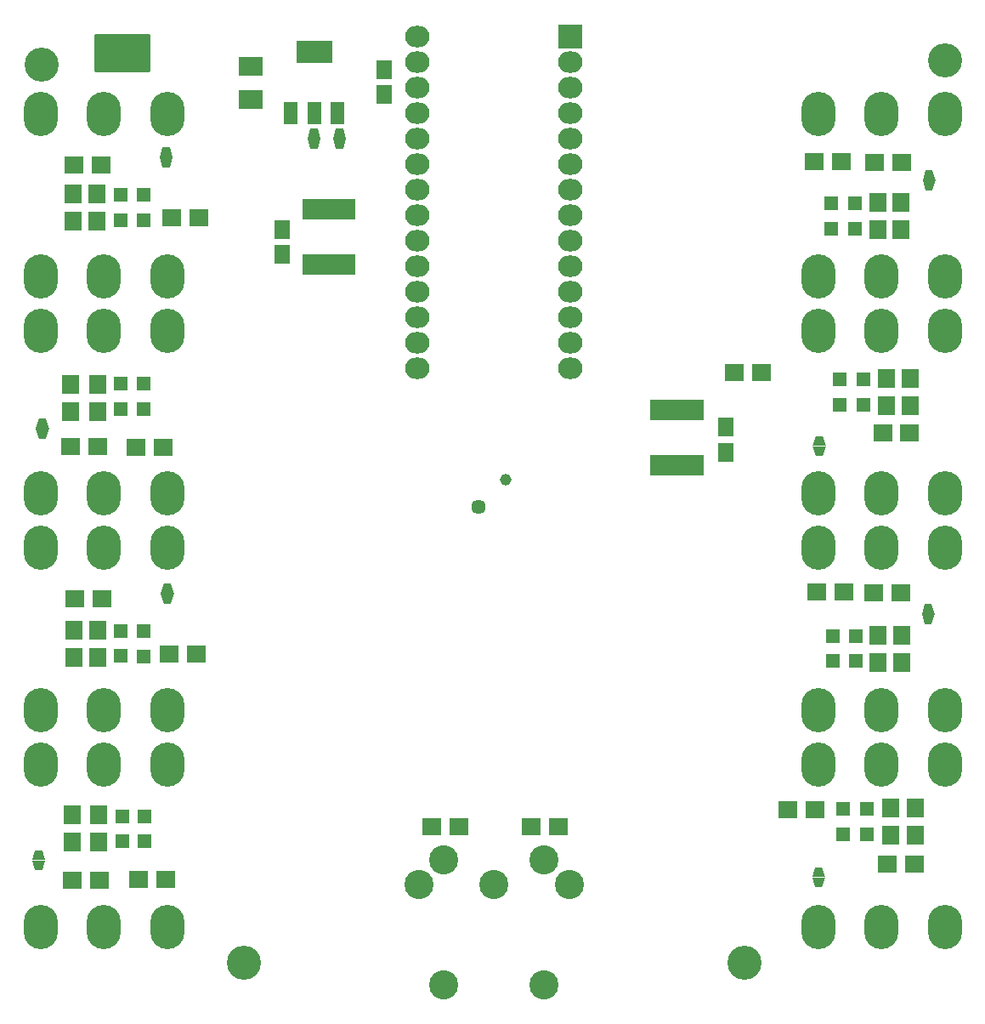
<source format=gts>
G04 #@! TF.FileFunction,Soldermask,Top*
%FSLAX46Y46*%
G04 Gerber Fmt 4.6, Leading zero omitted, Abs format (unit mm)*
G04 Created by KiCad (PCBNEW 4.0.7-e2-6376~58~ubuntu14.04.1) date Mon Apr 16 00:30:28 2018*
%MOMM*%
%LPD*%
G01*
G04 APERTURE LIST*
%ADD10C,0.100000*%
%ADD11O,3.400000X4.400000*%
%ADD12C,1.150000*%
%ADD13C,1.450000*%
%ADD14R,1.900000X1.700000*%
%ADD15R,2.432000X2.432000*%
%ADD16O,2.432000X2.127200*%
%ADD17R,1.650000X1.900000*%
%ADD18R,1.700000X1.900000*%
%ADD19R,3.650000X2.300000*%
%ADD20R,1.350000X2.300000*%
%ADD21R,2.432000X1.924000*%
%ADD22C,3.400000*%
%ADD23C,2.900000*%
%ADD24R,1.400000X1.400000*%
%ADD25R,0.819100X2.114500*%
%ADD26C,0.254000*%
G04 APERTURE END LIST*
D10*
D11*
X99110000Y-63020000D03*
X105410000Y-63020000D03*
X111710000Y-63020000D03*
X99110000Y-79220000D03*
X105410000Y-79220000D03*
X111710000Y-79220000D03*
X99110000Y-84610000D03*
X105410000Y-84610000D03*
X111710000Y-84610000D03*
X99110000Y-100810000D03*
X105410000Y-100810000D03*
X111710000Y-100810000D03*
D12*
X145412303Y-99443697D03*
D13*
X142725297Y-102130703D03*
D14*
X112188000Y-73406000D03*
X114888000Y-73406000D03*
X170895000Y-88773000D03*
X168195000Y-88773000D03*
X179150000Y-110617000D03*
X176450000Y-110617000D03*
D11*
X189180000Y-143990000D03*
X182880000Y-143990000D03*
X176580000Y-143990000D03*
X189180000Y-127790000D03*
X182880000Y-127790000D03*
X176580000Y-127790000D03*
X189180000Y-122400000D03*
X182880000Y-122400000D03*
X176580000Y-122400000D03*
X189180000Y-106200000D03*
X182880000Y-106200000D03*
X176580000Y-106200000D03*
D14*
X182088800Y-110693200D03*
X184788800Y-110693200D03*
D11*
X189180000Y-79220000D03*
X182880000Y-79220000D03*
X176580000Y-79220000D03*
X189180000Y-63020000D03*
X182880000Y-63020000D03*
X176580000Y-63020000D03*
X189180000Y-100810000D03*
X182880000Y-100810000D03*
X176580000Y-100810000D03*
X189180000Y-84610000D03*
X182880000Y-84610000D03*
X176580000Y-84610000D03*
D10*
G36*
X98964000Y-93353000D02*
X99664000Y-93353000D01*
X99964000Y-94353000D01*
X98664000Y-94353000D01*
X98964000Y-93353000D01*
X98964000Y-93353000D01*
G37*
G36*
X98664000Y-94369000D02*
X99964000Y-94369000D01*
X99664000Y-95369000D01*
X98964000Y-95369000D01*
X98664000Y-94369000D01*
X98664000Y-94369000D01*
G37*
D14*
X102409000Y-68135500D03*
X105109000Y-68135500D03*
D15*
X151892000Y-55372000D03*
D16*
X151892000Y-57912000D03*
X151892000Y-60452000D03*
X151892000Y-62992000D03*
X151892000Y-65532000D03*
X151892000Y-68072000D03*
X151892000Y-70612000D03*
X151892000Y-73152000D03*
X151892000Y-75692000D03*
X151892000Y-78232000D03*
X151892000Y-80772000D03*
X151892000Y-83312000D03*
X151892000Y-85852000D03*
X151892000Y-88392000D03*
X136652000Y-88392000D03*
X136652000Y-85852000D03*
X136652000Y-83312000D03*
X136652000Y-80772000D03*
X136652000Y-78232000D03*
X136652000Y-75692000D03*
X136652000Y-73152000D03*
X136652000Y-70612000D03*
X136652000Y-68072000D03*
X136652000Y-65532000D03*
X136652000Y-62992000D03*
X136652000Y-60452000D03*
X136652000Y-57912000D03*
X136652000Y-55372000D03*
D17*
X123190000Y-74569000D03*
X123190000Y-77069000D03*
X167386000Y-96754000D03*
X167386000Y-94254000D03*
X133299200Y-61143200D03*
X133299200Y-58643200D03*
D18*
X104711500Y-71040000D03*
X104711500Y-73740000D03*
X104838500Y-114474000D03*
X104838500Y-117174000D03*
X104775000Y-92663000D03*
X104775000Y-89963000D03*
X104902000Y-135525500D03*
X104902000Y-132825500D03*
X102362000Y-71040000D03*
X102362000Y-73740000D03*
X102425500Y-114474000D03*
X102425500Y-117174000D03*
X102108000Y-92663000D03*
X102108000Y-89963000D03*
X102298500Y-135525500D03*
X102298500Y-132825500D03*
D14*
X102536000Y-111315500D03*
X105236000Y-111315500D03*
X104791500Y-96202500D03*
X102091500Y-96202500D03*
X104982000Y-139319000D03*
X102282000Y-139319000D03*
D18*
X183794400Y-134852400D03*
X183794400Y-132152400D03*
X183388000Y-92078800D03*
X183388000Y-89378800D03*
X182524400Y-114931200D03*
X182524400Y-117631200D03*
X182499000Y-71865500D03*
X182499000Y-74565500D03*
X186232800Y-134852400D03*
X186232800Y-132152400D03*
X185788300Y-92091500D03*
X185788300Y-89391500D03*
X184861200Y-114931200D03*
X184861200Y-117631200D03*
X184848500Y-71865500D03*
X184848500Y-74565500D03*
D14*
X186160400Y-137769600D03*
X183460400Y-137769600D03*
X185703200Y-94792800D03*
X183003200Y-94792800D03*
X182165000Y-67881500D03*
X184865000Y-67881500D03*
X148002000Y-133985000D03*
X150702000Y-133985000D03*
X140796000Y-133985000D03*
X138096000Y-133985000D03*
D19*
X126365000Y-56894000D03*
D20*
X124065000Y-62994000D03*
X126365000Y-62994000D03*
X128665000Y-62994000D03*
D21*
X120015000Y-58293000D03*
X120015000Y-61595000D03*
D22*
X99252000Y-58104000D03*
X189210000Y-57754000D03*
X119410000Y-147554000D03*
X169210000Y-147554000D03*
D10*
G36*
X111283000Y-66365500D02*
X111983000Y-66365500D01*
X112283000Y-67365500D01*
X110983000Y-67365500D01*
X111283000Y-66365500D01*
X111283000Y-66365500D01*
G37*
G36*
X110983000Y-67381500D02*
X112283000Y-67381500D01*
X111983000Y-68381500D01*
X111283000Y-68381500D01*
X110983000Y-67381500D01*
X110983000Y-67381500D01*
G37*
G36*
X111410000Y-109799500D02*
X112110000Y-109799500D01*
X112410000Y-110799500D01*
X111110000Y-110799500D01*
X111410000Y-109799500D01*
X111410000Y-109799500D01*
G37*
G36*
X111110000Y-110815500D02*
X112410000Y-110815500D01*
X112110000Y-111815500D01*
X111410000Y-111815500D01*
X111110000Y-110815500D01*
X111110000Y-110815500D01*
G37*
G36*
X98583000Y-136342500D02*
X99283000Y-136342500D01*
X99583000Y-137342500D01*
X98283000Y-137342500D01*
X98583000Y-136342500D01*
X98583000Y-136342500D01*
G37*
G36*
X98283000Y-137358500D02*
X99583000Y-137358500D01*
X99283000Y-138358500D01*
X98583000Y-138358500D01*
X98283000Y-137358500D01*
X98283000Y-137358500D01*
G37*
G36*
X176981600Y-140047600D02*
X176281600Y-140047600D01*
X175981600Y-139047600D01*
X177281600Y-139047600D01*
X176981600Y-140047600D01*
X176981600Y-140047600D01*
G37*
G36*
X177281600Y-139031600D02*
X175981600Y-139031600D01*
X176281600Y-138031600D01*
X176981600Y-138031600D01*
X177281600Y-139031600D01*
X177281600Y-139031600D01*
G37*
G36*
X187903600Y-113834800D02*
X187203600Y-113834800D01*
X186903600Y-112834800D01*
X188203600Y-112834800D01*
X187903600Y-113834800D01*
X187903600Y-113834800D01*
G37*
G36*
X188203600Y-112818800D02*
X186903600Y-112818800D01*
X187203600Y-111818800D01*
X187903600Y-111818800D01*
X188203600Y-112818800D01*
X188203600Y-112818800D01*
G37*
G36*
X177032400Y-97121600D02*
X176332400Y-97121600D01*
X176032400Y-96121600D01*
X177332400Y-96121600D01*
X177032400Y-97121600D01*
X177032400Y-97121600D01*
G37*
G36*
X177332400Y-96105600D02*
X176032400Y-96105600D01*
X176332400Y-95105600D01*
X177032400Y-95105600D01*
X177332400Y-96105600D01*
X177332400Y-96105600D01*
G37*
G36*
X187992500Y-70667500D02*
X187292500Y-70667500D01*
X186992500Y-69667500D01*
X188292500Y-69667500D01*
X187992500Y-70667500D01*
X187992500Y-70667500D01*
G37*
G36*
X188292500Y-69651500D02*
X186992500Y-69651500D01*
X187292500Y-68651500D01*
X187992500Y-68651500D01*
X188292500Y-69651500D01*
X188292500Y-69651500D01*
G37*
G36*
X128555000Y-64524000D02*
X129255000Y-64524000D01*
X129555000Y-65524000D01*
X128255000Y-65524000D01*
X128555000Y-64524000D01*
X128555000Y-64524000D01*
G37*
G36*
X128255000Y-65540000D02*
X129555000Y-65540000D01*
X129255000Y-66540000D01*
X128555000Y-66540000D01*
X128255000Y-65540000D01*
X128255000Y-65540000D01*
G37*
G36*
X126015000Y-64524000D02*
X126715000Y-64524000D01*
X127015000Y-65524000D01*
X125715000Y-65524000D01*
X126015000Y-64524000D01*
X126015000Y-64524000D01*
G37*
G36*
X125715000Y-65540000D02*
X127015000Y-65540000D01*
X126715000Y-66540000D01*
X126015000Y-66540000D01*
X125715000Y-65540000D01*
X125715000Y-65540000D01*
G37*
D11*
X99110000Y-106200000D03*
X105410000Y-106200000D03*
X111710000Y-106200000D03*
X99110000Y-122400000D03*
X105410000Y-122400000D03*
X111710000Y-122400000D03*
X99110000Y-127790000D03*
X105410000Y-127790000D03*
X111710000Y-127790000D03*
X99110000Y-143990000D03*
X105410000Y-143990000D03*
X111710000Y-143990000D03*
D23*
X136772000Y-139773000D03*
X144272000Y-139773000D03*
X151772000Y-139773000D03*
X139272000Y-137273000D03*
X149272000Y-137273000D03*
X149272000Y-149773000D03*
X139272000Y-149773000D03*
D24*
X109347000Y-73640000D03*
X109347000Y-71140000D03*
X107061000Y-71140000D03*
X107061000Y-73640000D03*
X109410500Y-89936000D03*
X109410500Y-92436000D03*
X107124500Y-92436000D03*
X107124500Y-89936000D03*
X109347000Y-117074000D03*
X109347000Y-114574000D03*
X107124500Y-114510500D03*
X107124500Y-117010500D03*
X109474000Y-132989000D03*
X109474000Y-135489000D03*
X107251500Y-135489000D03*
X107251500Y-132989000D03*
X179019200Y-132252400D03*
X179019200Y-134752400D03*
X181406800Y-134752400D03*
X181406800Y-132252400D03*
X178739800Y-89491500D03*
X178739800Y-91991500D03*
X181102000Y-91978800D03*
X181102000Y-89478800D03*
X178003200Y-117531200D03*
X178003200Y-115031200D03*
X180289200Y-115031200D03*
X180289200Y-117531200D03*
X177863500Y-74465500D03*
X177863500Y-71965500D03*
X180213000Y-71965500D03*
X180213000Y-74465500D03*
D25*
X130048000Y-72548750D03*
X129413000Y-72548750D03*
X128778000Y-72548750D03*
X128143000Y-72548750D03*
X127508000Y-72548750D03*
X126873000Y-72548750D03*
X126238000Y-72548750D03*
X125603000Y-72548750D03*
X125603000Y-78073250D03*
X126238000Y-78073250D03*
X126873000Y-78073250D03*
X127508000Y-78073250D03*
X128143000Y-78073250D03*
X128778000Y-78073250D03*
X129413000Y-78073250D03*
X130048000Y-78073250D03*
X160274000Y-98012250D03*
X160909000Y-98012250D03*
X161544000Y-98012250D03*
X162179000Y-98012250D03*
X162814000Y-98012250D03*
X163449000Y-98012250D03*
X164084000Y-98012250D03*
X164719000Y-98012250D03*
X164719000Y-92487750D03*
X164084000Y-92487750D03*
X163449000Y-92487750D03*
X162814000Y-92487750D03*
X162179000Y-92487750D03*
X161544000Y-92487750D03*
X160909000Y-92487750D03*
X160274000Y-92487750D03*
D14*
X108886000Y-139293600D03*
X111586000Y-139293600D03*
X108632000Y-96266000D03*
X111332000Y-96266000D03*
X178896000Y-67818000D03*
X176196000Y-67818000D03*
X111934000Y-116840000D03*
X114634000Y-116840000D03*
X176229000Y-132334000D03*
X173529000Y-132334000D03*
D26*
G36*
X109855000Y-58750200D02*
X104521000Y-58750200D01*
X104521000Y-55194200D01*
X109855000Y-55194200D01*
X109855000Y-58750200D01*
X109855000Y-58750200D01*
G37*
X109855000Y-58750200D02*
X104521000Y-58750200D01*
X104521000Y-55194200D01*
X109855000Y-55194200D01*
X109855000Y-58750200D01*
M02*

</source>
